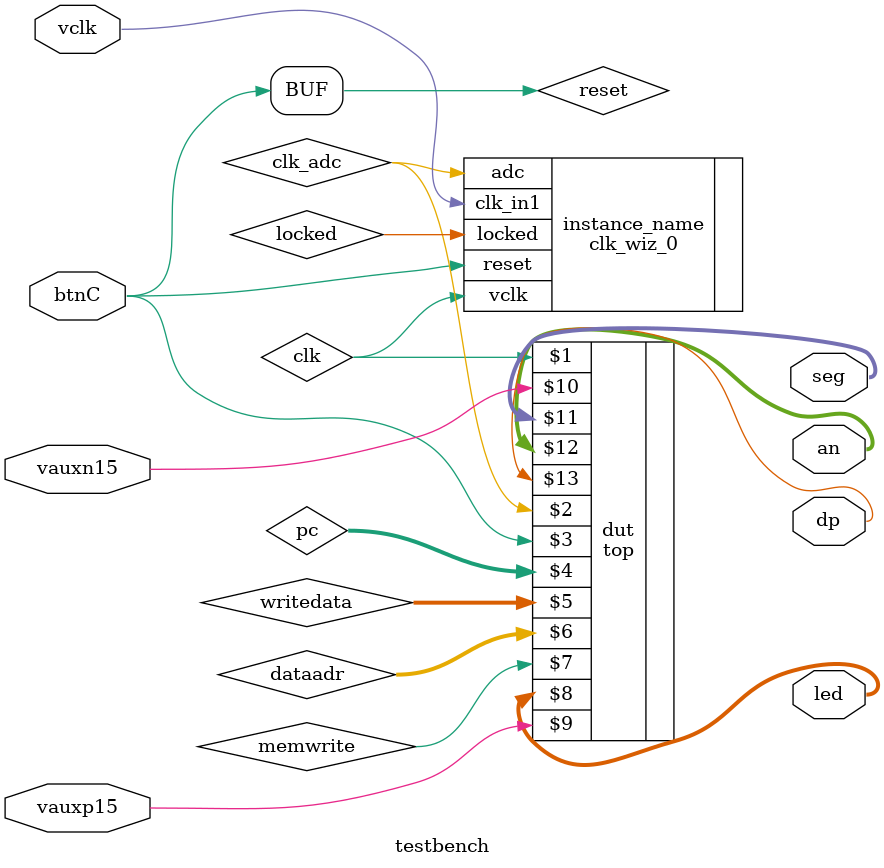
<source format=sv>
module testbench (
    input logic vclk,
    // input logic clk,
    input logic btnC,
    output logic [6:0] seg,
    output logic [3:0] an,
    output logic [15:0] led,
    // input logic vp_in,
    // input logic vn_in,
    input logic vauxp15,
    input logic vauxn15,
    output logic dp
);
  clk_wiz_0 instance_name (
      // Clock out ports
      .vclk   (clk),     // output vclk
      .adc(clk_adc),     // output adc
      // Status and control signals
      .reset  (reset),   // input reset
      .locked (locked),  // output locked
      // Clock in ports
      .clk_in1(vclk)     // input clk_in1
  );
  logic [15:0] ssdreg;
  logic [31:0] pc, writedata, dataadr;
  logic memwrite;
  assign reset = btnC;

  // instantiate device to be tested
  top dut (
      clk,
      clk_adc,
      reset,
      pc,
      writedata,
      dataadr,
      memwrite,
      led,
      vauxp15,
      vauxn15,
      seg,
      an,
      dp
      // vp_in,
      // vn_in
  );
endmodule

</source>
